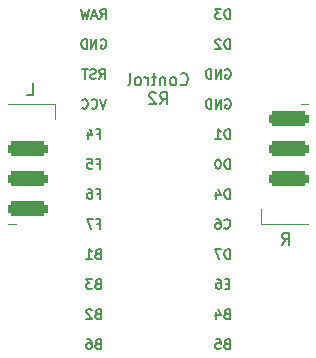
<source format=gbo>
%TF.GenerationSoftware,KiCad,Pcbnew,(6.0.11-0)*%
%TF.CreationDate,2023-02-15T20:24:27+08:00*%
%TF.ProjectId,Control,436f6e74-726f-46c2-9e6b-696361645f70,rev?*%
%TF.SameCoordinates,PX60e4b00PY5ad6650*%
%TF.FileFunction,Legend,Bot*%
%TF.FilePolarity,Positive*%
%FSLAX46Y46*%
G04 Gerber Fmt 4.6, Leading zero omitted, Abs format (unit mm)*
G04 Created by KiCad (PCBNEW (6.0.11-0)) date 2023-02-15 20:24:27*
%MOMM*%
%LPD*%
G01*
G04 APERTURE LIST*
G04 Aperture macros list*
%AMRoundRect*
0 Rectangle with rounded corners*
0 $1 Rounding radius*
0 $2 $3 $4 $5 $6 $7 $8 $9 X,Y pos of 4 corners*
0 Add a 4 corners polygon primitive as box body*
4,1,4,$2,$3,$4,$5,$6,$7,$8,$9,$2,$3,0*
0 Add four circle primitives for the rounded corners*
1,1,$1+$1,$2,$3*
1,1,$1+$1,$4,$5*
1,1,$1+$1,$6,$7*
1,1,$1+$1,$8,$9*
0 Add four rect primitives between the rounded corners*
20,1,$1+$1,$2,$3,$4,$5,0*
20,1,$1+$1,$4,$5,$6,$7,0*
20,1,$1+$1,$6,$7,$8,$9,0*
20,1,$1+$1,$8,$9,$2,$3,0*%
G04 Aperture macros list end*
%ADD10C,0.200000*%
%ADD11C,0.150000*%
%ADD12C,0.120000*%
%ADD13C,3.200000*%
%ADD14R,1.700000X1.700000*%
%ADD15C,1.700000*%
%ADD16R,3.429000X1.270000*%
%ADD17RoundRect,0.317500X1.397000X-0.317500X1.397000X0.317500X-1.397000X0.317500X-1.397000X-0.317500X0*%
%ADD18RoundRect,0.317500X-1.397000X0.317500X-1.397000X-0.317500X1.397000X-0.317500X1.397000X0.317500X0*%
G04 APERTURE END LIST*
D10*
X1904761Y6797858D02*
X1952380Y6750239D01*
X2095238Y6702620D01*
X2190476Y6702620D01*
X2333333Y6750239D01*
X2428571Y6845477D01*
X2476190Y6940715D01*
X2523809Y7131191D01*
X2523809Y7274048D01*
X2476190Y7464524D01*
X2428571Y7559762D01*
X2333333Y7655000D01*
X2190476Y7702620D01*
X2095238Y7702620D01*
X1952380Y7655000D01*
X1904761Y7607381D01*
X1333333Y6702620D02*
X1428571Y6750239D01*
X1476190Y6797858D01*
X1523809Y6893096D01*
X1523809Y7178810D01*
X1476190Y7274048D01*
X1428571Y7321667D01*
X1333333Y7369286D01*
X1190476Y7369286D01*
X1095238Y7321667D01*
X1047619Y7274048D01*
X1000000Y7178810D01*
X1000000Y6893096D01*
X1047619Y6797858D01*
X1095238Y6750239D01*
X1190476Y6702620D01*
X1333333Y6702620D01*
X571428Y7369286D02*
X571428Y6702620D01*
X571428Y7274048D02*
X523809Y7321667D01*
X428571Y7369286D01*
X285714Y7369286D01*
X190476Y7321667D01*
X142857Y7226429D01*
X142857Y6702620D01*
X-190477Y7369286D02*
X-571429Y7369286D01*
X-333334Y7702620D02*
X-333334Y6845477D01*
X-380953Y6750239D01*
X-476191Y6702620D01*
X-571429Y6702620D01*
X-904762Y6702620D02*
X-904762Y7369286D01*
X-904762Y7178810D02*
X-952381Y7274048D01*
X-1000000Y7321667D01*
X-1095239Y7369286D01*
X-1190477Y7369286D01*
X-1666667Y6702620D02*
X-1571429Y6750239D01*
X-1523810Y6797858D01*
X-1476191Y6893096D01*
X-1476191Y7178810D01*
X-1523810Y7274048D01*
X-1571429Y7321667D01*
X-1666667Y7369286D01*
X-1809524Y7369286D01*
X-1904762Y7321667D01*
X-1952381Y7274048D01*
X-2000000Y7178810D01*
X-2000000Y6893096D01*
X-1952381Y6797858D01*
X-1904762Y6750239D01*
X-1809524Y6702620D01*
X-1666667Y6702620D01*
X-2571429Y6702620D02*
X-2476191Y6750239D01*
X-2428572Y6845477D01*
X-2428572Y7702620D01*
X166666Y5092620D02*
X500000Y5568810D01*
X738095Y5092620D02*
X738095Y6092620D01*
X357142Y6092620D01*
X261904Y6045000D01*
X214285Y5997381D01*
X166666Y5902143D01*
X166666Y5759286D01*
X214285Y5664048D01*
X261904Y5616429D01*
X357142Y5568810D01*
X738095Y5568810D01*
X-214286Y5997381D02*
X-261905Y6045000D01*
X-357143Y6092620D01*
X-595239Y6092620D01*
X-690477Y6045000D01*
X-738096Y5997381D01*
X-785715Y5902143D01*
X-785715Y5806905D01*
X-738096Y5664048D01*
X-166667Y5092620D01*
X-785715Y5092620D01*
D11*
X10485476Y-6802380D02*
X10818809Y-6326190D01*
X11056904Y-6802380D02*
X11056904Y-5802380D01*
X10675952Y-5802380D01*
X10580714Y-5850000D01*
X10533095Y-5897619D01*
X10485476Y-5992857D01*
X10485476Y-6135714D01*
X10533095Y-6230952D01*
X10580714Y-6278571D01*
X10675952Y-6326190D01*
X11056904Y-6326190D01*
X-11104524Y5897620D02*
X-10628334Y5897620D01*
X-10628334Y6897620D01*
%TO.C,U1*%
X6051476Y-2901904D02*
X6051476Y-2101904D01*
X5861000Y-2101904D01*
X5746714Y-2140000D01*
X5670523Y-2216190D01*
X5632428Y-2292380D01*
X5594333Y-2444761D01*
X5594333Y-2559047D01*
X5632428Y-2711428D01*
X5670523Y-2787619D01*
X5746714Y-2863809D01*
X5861000Y-2901904D01*
X6051476Y-2901904D01*
X4908619Y-2368571D02*
X4908619Y-2901904D01*
X5099095Y-2063809D02*
X5289571Y-2635238D01*
X4794333Y-2635238D01*
X6051476Y-361904D02*
X6051476Y438096D01*
X5861000Y438096D01*
X5746714Y400000D01*
X5670523Y323810D01*
X5632428Y247620D01*
X5594333Y95239D01*
X5594333Y-19047D01*
X5632428Y-171428D01*
X5670523Y-247619D01*
X5746714Y-323809D01*
X5861000Y-361904D01*
X6051476Y-361904D01*
X5099095Y438096D02*
X5022904Y438096D01*
X4946714Y400000D01*
X4908619Y361905D01*
X4870523Y285715D01*
X4832428Y133334D01*
X4832428Y-57142D01*
X4870523Y-209523D01*
X4908619Y-285714D01*
X4946714Y-323809D01*
X5022904Y-361904D01*
X5099095Y-361904D01*
X5175285Y-323809D01*
X5213380Y-285714D01*
X5251476Y-209523D01*
X5289571Y-57142D01*
X5289571Y133334D01*
X5251476Y285715D01*
X5213380Y361905D01*
X5175285Y400000D01*
X5099095Y438096D01*
X-5194334Y2597143D02*
X-4927667Y2597143D01*
X-4927667Y2178096D02*
X-4927667Y2978096D01*
X-5308620Y2978096D01*
X-5956239Y2711429D02*
X-5956239Y2178096D01*
X-5765762Y3016191D02*
X-5575286Y2444762D01*
X-6070524Y2444762D01*
X6051476Y9798096D02*
X6051476Y10598096D01*
X5861000Y10598096D01*
X5746714Y10560000D01*
X5670523Y10483810D01*
X5632428Y10407620D01*
X5594333Y10255239D01*
X5594333Y10140953D01*
X5632428Y9988572D01*
X5670523Y9912381D01*
X5746714Y9836191D01*
X5861000Y9798096D01*
X6051476Y9798096D01*
X5289571Y10521905D02*
X5251476Y10560000D01*
X5175285Y10598096D01*
X4984809Y10598096D01*
X4908619Y10560000D01*
X4870523Y10521905D01*
X4832428Y10445715D01*
X4832428Y10369524D01*
X4870523Y10255239D01*
X5327666Y9798096D01*
X4832428Y9798096D01*
X-5137191Y-7562857D02*
X-5251477Y-7600952D01*
X-5289572Y-7639047D01*
X-5327667Y-7715238D01*
X-5327667Y-7829523D01*
X-5289572Y-7905714D01*
X-5251477Y-7943809D01*
X-5175286Y-7981904D01*
X-4870524Y-7981904D01*
X-4870524Y-7181904D01*
X-5137191Y-7181904D01*
X-5213381Y-7220000D01*
X-5251477Y-7258095D01*
X-5289572Y-7334285D01*
X-5289572Y-7410476D01*
X-5251477Y-7486666D01*
X-5213381Y-7524761D01*
X-5137191Y-7562857D01*
X-4870524Y-7562857D01*
X-6089572Y-7981904D02*
X-5632429Y-7981904D01*
X-5861000Y-7981904D02*
X-5861000Y-7181904D01*
X-5784810Y-7296190D01*
X-5708620Y-7372380D01*
X-5632429Y-7410476D01*
X5784809Y-15182857D02*
X5670523Y-15220952D01*
X5632428Y-15259047D01*
X5594333Y-15335238D01*
X5594333Y-15449523D01*
X5632428Y-15525714D01*
X5670523Y-15563809D01*
X5746714Y-15601904D01*
X6051476Y-15601904D01*
X6051476Y-14801904D01*
X5784809Y-14801904D01*
X5708619Y-14840000D01*
X5670523Y-14878095D01*
X5632428Y-14954285D01*
X5632428Y-15030476D01*
X5670523Y-15106666D01*
X5708619Y-15144761D01*
X5784809Y-15182857D01*
X6051476Y-15182857D01*
X4870523Y-14801904D02*
X5251476Y-14801904D01*
X5289571Y-15182857D01*
X5251476Y-15144761D01*
X5175285Y-15106666D01*
X4984809Y-15106666D01*
X4908619Y-15144761D01*
X4870523Y-15182857D01*
X4832428Y-15259047D01*
X4832428Y-15449523D01*
X4870523Y-15525714D01*
X4908619Y-15563809D01*
X4984809Y-15601904D01*
X5175285Y-15601904D01*
X5251476Y-15563809D01*
X5289571Y-15525714D01*
X-5137191Y-10102857D02*
X-5251477Y-10140952D01*
X-5289572Y-10179047D01*
X-5327667Y-10255238D01*
X-5327667Y-10369523D01*
X-5289572Y-10445714D01*
X-5251477Y-10483809D01*
X-5175286Y-10521904D01*
X-4870524Y-10521904D01*
X-4870524Y-9721904D01*
X-5137191Y-9721904D01*
X-5213381Y-9760000D01*
X-5251477Y-9798095D01*
X-5289572Y-9874285D01*
X-5289572Y-9950476D01*
X-5251477Y-10026666D01*
X-5213381Y-10064761D01*
X-5137191Y-10102857D01*
X-4870524Y-10102857D01*
X-5594334Y-9721904D02*
X-6089572Y-9721904D01*
X-5822905Y-10026666D01*
X-5937191Y-10026666D01*
X-6013381Y-10064761D01*
X-6051477Y-10102857D01*
X-6089572Y-10179047D01*
X-6089572Y-10369523D01*
X-6051477Y-10445714D01*
X-6013381Y-10483809D01*
X-5937191Y-10521904D01*
X-5708620Y-10521904D01*
X-5632429Y-10483809D01*
X-5594334Y-10445714D01*
X-4851477Y10560000D02*
X-4775286Y10598096D01*
X-4661000Y10598096D01*
X-4546715Y10560000D01*
X-4470524Y10483810D01*
X-4432429Y10407620D01*
X-4394334Y10255239D01*
X-4394334Y10140953D01*
X-4432429Y9988572D01*
X-4470524Y9912381D01*
X-4546715Y9836191D01*
X-4661000Y9798096D01*
X-4737191Y9798096D01*
X-4851477Y9836191D01*
X-4889572Y9874286D01*
X-4889572Y10140953D01*
X-4737191Y10140953D01*
X-5232429Y9798096D02*
X-5232429Y10598096D01*
X-5689572Y9798096D01*
X-5689572Y10598096D01*
X-6070524Y9798096D02*
X-6070524Y10598096D01*
X-6261000Y10598096D01*
X-6375286Y10560000D01*
X-6451477Y10483810D01*
X-6489572Y10407620D01*
X-6527667Y10255239D01*
X-6527667Y10140953D01*
X-6489572Y9988572D01*
X-6451477Y9912381D01*
X-6375286Y9836191D01*
X-6261000Y9798096D01*
X-6070524Y9798096D01*
X-4997505Y7258096D02*
X-4730839Y7639048D01*
X-4540362Y7258096D02*
X-4540362Y8058096D01*
X-4845124Y8058096D01*
X-4921315Y8020000D01*
X-4959410Y7981905D01*
X-4997505Y7905715D01*
X-4997505Y7791429D01*
X-4959410Y7715239D01*
X-4921315Y7677143D01*
X-4845124Y7639048D01*
X-4540362Y7639048D01*
X-5302267Y7296191D02*
X-5416553Y7258096D01*
X-5607029Y7258096D01*
X-5683220Y7296191D01*
X-5721315Y7334286D01*
X-5759410Y7410477D01*
X-5759410Y7486667D01*
X-5721315Y7562858D01*
X-5683220Y7600953D01*
X-5607029Y7639048D01*
X-5454648Y7677143D01*
X-5378458Y7715239D01*
X-5340362Y7753334D01*
X-5302267Y7829524D01*
X-5302267Y7905715D01*
X-5340362Y7981905D01*
X-5378458Y8020000D01*
X-5454648Y8058096D01*
X-5645124Y8058096D01*
X-5759410Y8020000D01*
X-5987981Y8058096D02*
X-6445124Y8058096D01*
X-6216553Y7258096D02*
X-6216553Y8058096D01*
X-5137191Y-15182857D02*
X-5251477Y-15220952D01*
X-5289572Y-15259047D01*
X-5327667Y-15335238D01*
X-5327667Y-15449523D01*
X-5289572Y-15525714D01*
X-5251477Y-15563809D01*
X-5175286Y-15601904D01*
X-4870524Y-15601904D01*
X-4870524Y-14801904D01*
X-5137191Y-14801904D01*
X-5213381Y-14840000D01*
X-5251477Y-14878095D01*
X-5289572Y-14954285D01*
X-5289572Y-15030476D01*
X-5251477Y-15106666D01*
X-5213381Y-15144761D01*
X-5137191Y-15182857D01*
X-4870524Y-15182857D01*
X-6013381Y-14801904D02*
X-5861000Y-14801904D01*
X-5784810Y-14840000D01*
X-5746715Y-14878095D01*
X-5670524Y-14992380D01*
X-5632429Y-15144761D01*
X-5632429Y-15449523D01*
X-5670524Y-15525714D01*
X-5708620Y-15563809D01*
X-5784810Y-15601904D01*
X-5937191Y-15601904D01*
X-6013381Y-15563809D01*
X-6051477Y-15525714D01*
X-6089572Y-15449523D01*
X-6089572Y-15259047D01*
X-6051477Y-15182857D01*
X-6013381Y-15144761D01*
X-5937191Y-15106666D01*
X-5784810Y-15106666D01*
X-5708620Y-15144761D01*
X-5670524Y-15182857D01*
X-5632429Y-15259047D01*
X5594333Y-5365714D02*
X5632428Y-5403809D01*
X5746714Y-5441904D01*
X5822904Y-5441904D01*
X5937190Y-5403809D01*
X6013380Y-5327619D01*
X6051476Y-5251428D01*
X6089571Y-5099047D01*
X6089571Y-4984761D01*
X6051476Y-4832380D01*
X6013380Y-4756190D01*
X5937190Y-4680000D01*
X5822904Y-4641904D01*
X5746714Y-4641904D01*
X5632428Y-4680000D01*
X5594333Y-4718095D01*
X4908619Y-4641904D02*
X5061000Y-4641904D01*
X5137190Y-4680000D01*
X5175285Y-4718095D01*
X5251476Y-4832380D01*
X5289571Y-4984761D01*
X5289571Y-5289523D01*
X5251476Y-5365714D01*
X5213380Y-5403809D01*
X5137190Y-5441904D01*
X4984809Y-5441904D01*
X4908619Y-5403809D01*
X4870523Y-5365714D01*
X4832428Y-5289523D01*
X4832428Y-5099047D01*
X4870523Y-5022857D01*
X4908619Y-4984761D01*
X4984809Y-4946666D01*
X5137190Y-4946666D01*
X5213380Y-4984761D01*
X5251476Y-5022857D01*
X5289571Y-5099047D01*
X-5194334Y-5022857D02*
X-4927667Y-5022857D01*
X-4927667Y-5441904D02*
X-4927667Y-4641904D01*
X-5308620Y-4641904D01*
X-5537191Y-4641904D02*
X-6070524Y-4641904D01*
X-5727667Y-5441904D01*
X-4394334Y5518096D02*
X-4661000Y4718096D01*
X-4927667Y5518096D01*
X-5651477Y4794286D02*
X-5613381Y4756191D01*
X-5499096Y4718096D01*
X-5422905Y4718096D01*
X-5308620Y4756191D01*
X-5232429Y4832381D01*
X-5194334Y4908572D01*
X-5156239Y5060953D01*
X-5156239Y5175239D01*
X-5194334Y5327620D01*
X-5232429Y5403810D01*
X-5308620Y5480000D01*
X-5422905Y5518096D01*
X-5499096Y5518096D01*
X-5613381Y5480000D01*
X-5651477Y5441905D01*
X-6451477Y4794286D02*
X-6413381Y4756191D01*
X-6299096Y4718096D01*
X-6222905Y4718096D01*
X-6108620Y4756191D01*
X-6032429Y4832381D01*
X-5994334Y4908572D01*
X-5956239Y5060953D01*
X-5956239Y5175239D01*
X-5994334Y5327620D01*
X-6032429Y5403810D01*
X-6108620Y5480000D01*
X-6222905Y5518096D01*
X-6299096Y5518096D01*
X-6413381Y5480000D01*
X-6451477Y5441905D01*
X6013380Y-10102857D02*
X5746714Y-10102857D01*
X5632428Y-10521904D02*
X6013380Y-10521904D01*
X6013380Y-9721904D01*
X5632428Y-9721904D01*
X4946714Y-9721904D02*
X5099095Y-9721904D01*
X5175285Y-9760000D01*
X5213380Y-9798095D01*
X5289571Y-9912380D01*
X5327666Y-10064761D01*
X5327666Y-10369523D01*
X5289571Y-10445714D01*
X5251476Y-10483809D01*
X5175285Y-10521904D01*
X5022904Y-10521904D01*
X4946714Y-10483809D01*
X4908619Y-10445714D01*
X4870523Y-10369523D01*
X4870523Y-10179047D01*
X4908619Y-10102857D01*
X4946714Y-10064761D01*
X5022904Y-10026666D01*
X5175285Y-10026666D01*
X5251476Y-10064761D01*
X5289571Y-10102857D01*
X5327666Y-10179047D01*
X6051476Y12338096D02*
X6051476Y13138096D01*
X5861000Y13138096D01*
X5746714Y13100000D01*
X5670523Y13023810D01*
X5632428Y12947620D01*
X5594333Y12795239D01*
X5594333Y12680953D01*
X5632428Y12528572D01*
X5670523Y12452381D01*
X5746714Y12376191D01*
X5861000Y12338096D01*
X6051476Y12338096D01*
X5327666Y13138096D02*
X4832428Y13138096D01*
X5099095Y12833334D01*
X4984809Y12833334D01*
X4908619Y12795239D01*
X4870523Y12757143D01*
X4832428Y12680953D01*
X4832428Y12490477D01*
X4870523Y12414286D01*
X4908619Y12376191D01*
X4984809Y12338096D01*
X5213380Y12338096D01*
X5289571Y12376191D01*
X5327666Y12414286D01*
X5784809Y-12642857D02*
X5670523Y-12680952D01*
X5632428Y-12719047D01*
X5594333Y-12795238D01*
X5594333Y-12909523D01*
X5632428Y-12985714D01*
X5670523Y-13023809D01*
X5746714Y-13061904D01*
X6051476Y-13061904D01*
X6051476Y-12261904D01*
X5784809Y-12261904D01*
X5708619Y-12300000D01*
X5670523Y-12338095D01*
X5632428Y-12414285D01*
X5632428Y-12490476D01*
X5670523Y-12566666D01*
X5708619Y-12604761D01*
X5784809Y-12642857D01*
X6051476Y-12642857D01*
X4908619Y-12528571D02*
X4908619Y-13061904D01*
X5099095Y-12223809D02*
X5289571Y-12795238D01*
X4794333Y-12795238D01*
X-5137191Y-12642857D02*
X-5251477Y-12680952D01*
X-5289572Y-12719047D01*
X-5327667Y-12795238D01*
X-5327667Y-12909523D01*
X-5289572Y-12985714D01*
X-5251477Y-13023809D01*
X-5175286Y-13061904D01*
X-4870524Y-13061904D01*
X-4870524Y-12261904D01*
X-5137191Y-12261904D01*
X-5213381Y-12300000D01*
X-5251477Y-12338095D01*
X-5289572Y-12414285D01*
X-5289572Y-12490476D01*
X-5251477Y-12566666D01*
X-5213381Y-12604761D01*
X-5137191Y-12642857D01*
X-4870524Y-12642857D01*
X-5632429Y-12338095D02*
X-5670524Y-12300000D01*
X-5746715Y-12261904D01*
X-5937191Y-12261904D01*
X-6013381Y-12300000D01*
X-6051477Y-12338095D01*
X-6089572Y-12414285D01*
X-6089572Y-12490476D01*
X-6051477Y-12604761D01*
X-5594334Y-13061904D01*
X-6089572Y-13061904D01*
X-5194334Y57143D02*
X-4927667Y57143D01*
X-4927667Y-361904D02*
X-4927667Y438096D01*
X-5308620Y438096D01*
X-5994334Y438096D02*
X-5613381Y438096D01*
X-5575286Y57143D01*
X-5613381Y95239D01*
X-5689572Y133334D01*
X-5880048Y133334D01*
X-5956239Y95239D01*
X-5994334Y57143D01*
X-6032429Y-19047D01*
X-6032429Y-209523D01*
X-5994334Y-285714D01*
X-5956239Y-323809D01*
X-5880048Y-361904D01*
X-5689572Y-361904D01*
X-5613381Y-323809D01*
X-5575286Y-285714D01*
X-4908620Y12338096D02*
X-4641953Y12719048D01*
X-4451477Y12338096D02*
X-4451477Y13138096D01*
X-4756239Y13138096D01*
X-4832429Y13100000D01*
X-4870524Y13061905D01*
X-4908620Y12985715D01*
X-4908620Y12871429D01*
X-4870524Y12795239D01*
X-4832429Y12757143D01*
X-4756239Y12719048D01*
X-4451477Y12719048D01*
X-5213381Y12566667D02*
X-5594334Y12566667D01*
X-5137191Y12338096D02*
X-5403858Y13138096D01*
X-5670524Y12338096D01*
X-5861000Y13138096D02*
X-6051477Y12338096D01*
X-6203858Y12909524D01*
X-6356239Y12338096D01*
X-6546715Y13138096D01*
X-5194334Y-2482857D02*
X-4927667Y-2482857D01*
X-4927667Y-2901904D02*
X-4927667Y-2101904D01*
X-5308620Y-2101904D01*
X-5956239Y-2101904D02*
X-5803858Y-2101904D01*
X-5727667Y-2140000D01*
X-5689572Y-2178095D01*
X-5613381Y-2292380D01*
X-5575286Y-2444761D01*
X-5575286Y-2749523D01*
X-5613381Y-2825714D01*
X-5651477Y-2863809D01*
X-5727667Y-2901904D01*
X-5880048Y-2901904D01*
X-5956239Y-2863809D01*
X-5994334Y-2825714D01*
X-6032429Y-2749523D01*
X-6032429Y-2559047D01*
X-5994334Y-2482857D01*
X-5956239Y-2444761D01*
X-5880048Y-2406666D01*
X-5727667Y-2406666D01*
X-5651477Y-2444761D01*
X-5613381Y-2482857D01*
X-5575286Y-2559047D01*
X5689523Y5480000D02*
X5765714Y5518096D01*
X5880000Y5518096D01*
X5994285Y5480000D01*
X6070476Y5403810D01*
X6108571Y5327620D01*
X6146666Y5175239D01*
X6146666Y5060953D01*
X6108571Y4908572D01*
X6070476Y4832381D01*
X5994285Y4756191D01*
X5880000Y4718096D01*
X5803809Y4718096D01*
X5689523Y4756191D01*
X5651428Y4794286D01*
X5651428Y5060953D01*
X5803809Y5060953D01*
X5308571Y4718096D02*
X5308571Y5518096D01*
X4851428Y4718096D01*
X4851428Y5518096D01*
X4470476Y4718096D02*
X4470476Y5518096D01*
X4280000Y5518096D01*
X4165714Y5480000D01*
X4089523Y5403810D01*
X4051428Y5327620D01*
X4013333Y5175239D01*
X4013333Y5060953D01*
X4051428Y4908572D01*
X4089523Y4832381D01*
X4165714Y4756191D01*
X4280000Y4718096D01*
X4470476Y4718096D01*
X6051476Y2178096D02*
X6051476Y2978096D01*
X5861000Y2978096D01*
X5746714Y2940000D01*
X5670523Y2863810D01*
X5632428Y2787620D01*
X5594333Y2635239D01*
X5594333Y2520953D01*
X5632428Y2368572D01*
X5670523Y2292381D01*
X5746714Y2216191D01*
X5861000Y2178096D01*
X6051476Y2178096D01*
X4832428Y2178096D02*
X5289571Y2178096D01*
X5061000Y2178096D02*
X5061000Y2978096D01*
X5137190Y2863810D01*
X5213380Y2787620D01*
X5289571Y2749524D01*
X6051476Y-7981904D02*
X6051476Y-7181904D01*
X5861000Y-7181904D01*
X5746714Y-7220000D01*
X5670523Y-7296190D01*
X5632428Y-7372380D01*
X5594333Y-7524761D01*
X5594333Y-7639047D01*
X5632428Y-7791428D01*
X5670523Y-7867619D01*
X5746714Y-7943809D01*
X5861000Y-7981904D01*
X6051476Y-7981904D01*
X5327666Y-7181904D02*
X4794333Y-7181904D01*
X5137190Y-7981904D01*
X5689523Y8020000D02*
X5765714Y8058096D01*
X5880000Y8058096D01*
X5994285Y8020000D01*
X6070476Y7943810D01*
X6108571Y7867620D01*
X6146666Y7715239D01*
X6146666Y7600953D01*
X6108571Y7448572D01*
X6070476Y7372381D01*
X5994285Y7296191D01*
X5880000Y7258096D01*
X5803809Y7258096D01*
X5689523Y7296191D01*
X5651428Y7334286D01*
X5651428Y7600953D01*
X5803809Y7600953D01*
X5308571Y7258096D02*
X5308571Y8058096D01*
X4851428Y7258096D01*
X4851428Y8058096D01*
X4470476Y7258096D02*
X4470476Y8058096D01*
X4280000Y8058096D01*
X4165714Y8020000D01*
X4089523Y7943810D01*
X4051428Y7867620D01*
X4013333Y7715239D01*
X4013333Y7600953D01*
X4051428Y7448572D01*
X4089523Y7372381D01*
X4165714Y7296191D01*
X4280000Y7258096D01*
X4470476Y7258096D01*
D12*
%TO.C,J2*%
X8700000Y-3810000D02*
X8700000Y-5080000D01*
X8700000Y-5080000D02*
X12700000Y-5080000D01*
X12065000Y5080000D02*
X12700000Y5080000D01*
%TO.C,J1*%
X-8700000Y3810000D02*
X-8700000Y5080000D01*
X-12065000Y-5080000D02*
X-12700000Y-5080000D01*
X-8700000Y5080000D02*
X-12700000Y5080000D01*
%TD*%
%LPC*%
D13*
%TO.C,REF\u002A\u002A*%
X-12700000Y-11370000D03*
%TD*%
%TO.C,REF\u002A\u002A*%
X12700000Y11370000D03*
%TD*%
%TO.C,REF\u002A\u002A*%
X12700000Y-11370000D03*
%TD*%
%TO.C,REF\u002A\u002A*%
X-12700000Y11370000D03*
%TD*%
%TO.C,REF\u002A\u002A*%
X0Y-11430000D03*
%TD*%
D14*
%TO.C,U1*%
X7620000Y12700000D03*
D15*
X7620000Y10160000D03*
X7620000Y7620000D03*
X7620000Y5080000D03*
X7620000Y2540000D03*
X7620000Y0D03*
X7620000Y-2540000D03*
X7620000Y-5080000D03*
X7620000Y-7620000D03*
X7620000Y-10160000D03*
X7620000Y-12700000D03*
X7620000Y-15240000D03*
X-7620000Y-15240000D03*
X-7620000Y-12700000D03*
X-7620000Y-10160000D03*
X-7620000Y-7620000D03*
X-7620000Y-5080000D03*
X-7620000Y-2540000D03*
X-7620000Y0D03*
X-7620000Y2540000D03*
X-7620000Y5080000D03*
X-7620000Y7620000D03*
X-7620000Y10160000D03*
X-7620000Y12700000D03*
%TD*%
D16*
%TO.C,J2*%
X10922000Y-3810000D03*
D17*
X11049000Y-1270000D03*
X11049000Y1270000D03*
X11049000Y3810000D03*
%TD*%
D16*
%TO.C,J1*%
X-10922000Y3810000D03*
D18*
X-11049000Y1270000D03*
X-11049000Y-1270000D03*
X-11049000Y-3810000D03*
%TD*%
M02*

</source>
